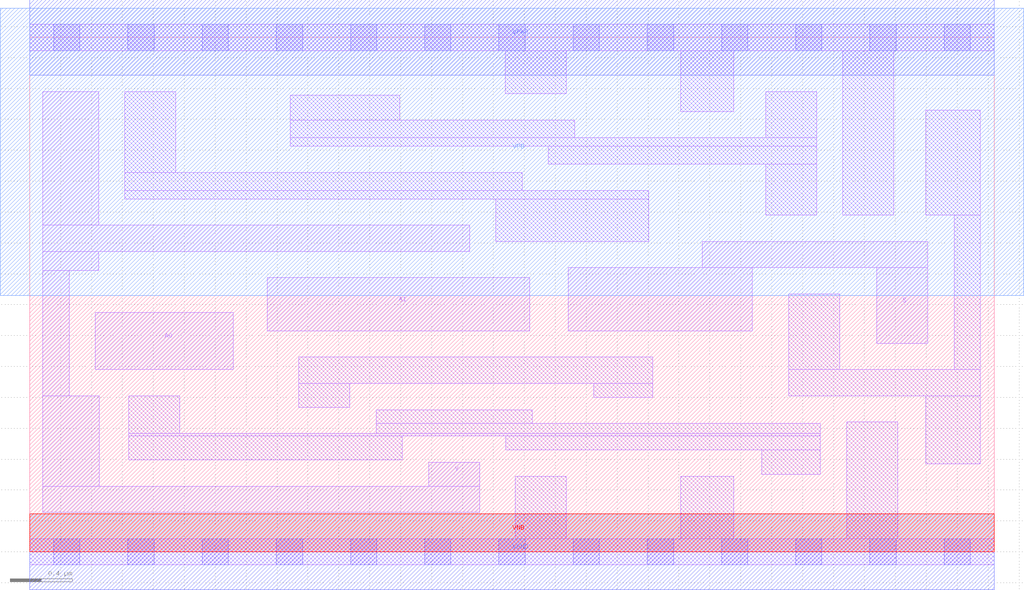
<source format=lef>
# Copyright 2020 The SkyWater PDK Authors
#
# Licensed under the Apache License, Version 2.0 (the "License");
# you may not use this file except in compliance with the License.
# You may obtain a copy of the License at
#
#     https://www.apache.org/licenses/LICENSE-2.0
#
# Unless required by applicable law or agreed to in writing, software
# distributed under the License is distributed on an "AS IS" BASIS,
# WITHOUT WARRANTIES OR CONDITIONS OF ANY KIND, either express or implied.
# See the License for the specific language governing permissions and
# limitations under the License.
#
# SPDX-License-Identifier: Apache-2.0

VERSION 5.7 ;
  NOWIREEXTENSIONATPIN ON ;
  DIVIDERCHAR "/" ;
  BUSBITCHARS "[]" ;
MACRO sky130_fd_sc_hs__mux2i_2
  CLASS CORE ;
  FOREIGN sky130_fd_sc_hs__mux2i_2 ;
  ORIGIN  0.000000  0.000000 ;
  SIZE  6.240000 BY  3.330000 ;
  SYMMETRY X Y ;
  SITE unit ;
  PIN A0
    ANTENNAGATEAREA  0.558000 ;
    DIRECTION INPUT ;
    USE SIGNAL ;
    PORT
      LAYER li1 ;
        RECT 0.425000 1.180000 1.315000 1.550000 ;
    END
  END A0
  PIN A1
    ANTENNAGATEAREA  0.558000 ;
    DIRECTION INPUT ;
    USE SIGNAL ;
    PORT
      LAYER li1 ;
        RECT 1.535000 1.430000 3.235000 1.775000 ;
    END
  END A1
  PIN S
    ANTENNAGATEAREA  0.804000 ;
    DIRECTION INPUT ;
    USE SIGNAL ;
    PORT
      LAYER li1 ;
        RECT 3.485000 1.430000 4.675000 1.840000 ;
        RECT 4.350000 1.840000 5.810000 2.010000 ;
        RECT 5.480000 1.350000 5.810000 1.840000 ;
    END
  END S
  PIN Y
    ANTENNADIFFAREA  2.040950 ;
    DIRECTION OUTPUT ;
    USE SIGNAL ;
    PORT
      LAYER li1 ;
        RECT 0.085000 0.255000 2.910000 0.425000 ;
        RECT 0.085000 0.425000 0.450000 1.010000 ;
        RECT 0.085000 1.010000 0.255000 1.820000 ;
        RECT 0.085000 1.820000 0.445000 1.945000 ;
        RECT 0.085000 1.945000 2.845000 2.115000 ;
        RECT 0.085000 2.115000 0.445000 2.980000 ;
        RECT 2.580000 0.425000 2.910000 0.580000 ;
    END
  END Y
  PIN VGND
    DIRECTION INOUT ;
    USE GROUND ;
    PORT
      LAYER met1 ;
        RECT 0.000000 -0.245000 6.240000 0.245000 ;
    END
  END VGND
  PIN VNB
    DIRECTION INOUT ;
    USE GROUND ;
    PORT
      LAYER pwell ;
        RECT 0.000000 0.000000 6.240000 0.245000 ;
    END
  END VNB
  PIN VPB
    DIRECTION INOUT ;
    USE POWER ;
    PORT
      LAYER nwell ;
        RECT -0.190000 1.660000 6.430000 3.520000 ;
    END
  END VPB
  PIN VPWR
    DIRECTION INOUT ;
    USE POWER ;
    PORT
      LAYER met1 ;
        RECT 0.000000 3.085000 6.240000 3.575000 ;
    END
  END VPWR
  OBS
    LAYER li1 ;
      RECT 0.000000 -0.085000 6.240000 0.085000 ;
      RECT 0.000000  3.245000 6.240000 3.415000 ;
      RECT 0.615000  2.285000 4.005000 2.340000 ;
      RECT 0.615000  2.340000 3.185000 2.455000 ;
      RECT 0.615000  2.455000 0.945000 2.980000 ;
      RECT 0.640000  0.595000 2.410000 0.750000 ;
      RECT 0.640000  0.750000 5.115000 0.765000 ;
      RECT 0.640000  0.765000 0.970000 1.010000 ;
      RECT 1.685000  2.625000 5.090000 2.680000 ;
      RECT 1.685000  2.680000 3.525000 2.795000 ;
      RECT 1.685000  2.795000 2.395000 2.955000 ;
      RECT 1.740000  0.935000 2.070000 1.090000 ;
      RECT 1.740000  1.090000 4.030000 1.260000 ;
      RECT 2.240000  0.765000 5.115000 0.830000 ;
      RECT 2.240000  0.830000 3.250000 0.920000 ;
      RECT 3.015000  2.010000 4.005000 2.285000 ;
      RECT 3.075000  2.965000 3.470000 3.245000 ;
      RECT 3.080000  0.660000 5.115000 0.750000 ;
      RECT 3.140000  0.085000 3.470000 0.490000 ;
      RECT 3.355000  2.510000 5.090000 2.625000 ;
      RECT 3.650000  1.000000 4.030000 1.090000 ;
      RECT 4.210000  0.085000 4.555000 0.490000 ;
      RECT 4.210000  2.850000 4.555000 3.245000 ;
      RECT 4.735000  0.500000 5.115000 0.660000 ;
      RECT 4.760000  2.180000 5.090000 2.510000 ;
      RECT 4.760000  2.680000 5.090000 2.980000 ;
      RECT 4.910000  1.010000 6.150000 1.180000 ;
      RECT 4.910000  1.180000 5.240000 1.670000 ;
      RECT 5.260000  2.180000 5.590000 3.245000 ;
      RECT 5.285000  0.085000 5.615000 0.840000 ;
      RECT 5.795000  0.570000 6.150000 1.010000 ;
      RECT 5.795000  2.180000 6.150000 2.860000 ;
      RECT 5.980000  1.180000 6.150000 2.180000 ;
    LAYER mcon ;
      RECT 0.155000 -0.085000 0.325000 0.085000 ;
      RECT 0.155000  3.245000 0.325000 3.415000 ;
      RECT 0.635000 -0.085000 0.805000 0.085000 ;
      RECT 0.635000  3.245000 0.805000 3.415000 ;
      RECT 1.115000 -0.085000 1.285000 0.085000 ;
      RECT 1.115000  3.245000 1.285000 3.415000 ;
      RECT 1.595000 -0.085000 1.765000 0.085000 ;
      RECT 1.595000  3.245000 1.765000 3.415000 ;
      RECT 2.075000 -0.085000 2.245000 0.085000 ;
      RECT 2.075000  3.245000 2.245000 3.415000 ;
      RECT 2.555000 -0.085000 2.725000 0.085000 ;
      RECT 2.555000  3.245000 2.725000 3.415000 ;
      RECT 3.035000 -0.085000 3.205000 0.085000 ;
      RECT 3.035000  3.245000 3.205000 3.415000 ;
      RECT 3.515000 -0.085000 3.685000 0.085000 ;
      RECT 3.515000  3.245000 3.685000 3.415000 ;
      RECT 3.995000 -0.085000 4.165000 0.085000 ;
      RECT 3.995000  3.245000 4.165000 3.415000 ;
      RECT 4.475000 -0.085000 4.645000 0.085000 ;
      RECT 4.475000  3.245000 4.645000 3.415000 ;
      RECT 4.955000 -0.085000 5.125000 0.085000 ;
      RECT 4.955000  3.245000 5.125000 3.415000 ;
      RECT 5.435000 -0.085000 5.605000 0.085000 ;
      RECT 5.435000  3.245000 5.605000 3.415000 ;
      RECT 5.915000 -0.085000 6.085000 0.085000 ;
      RECT 5.915000  3.245000 6.085000 3.415000 ;
  END
END sky130_fd_sc_hs__mux2i_2
END LIBRARY

</source>
